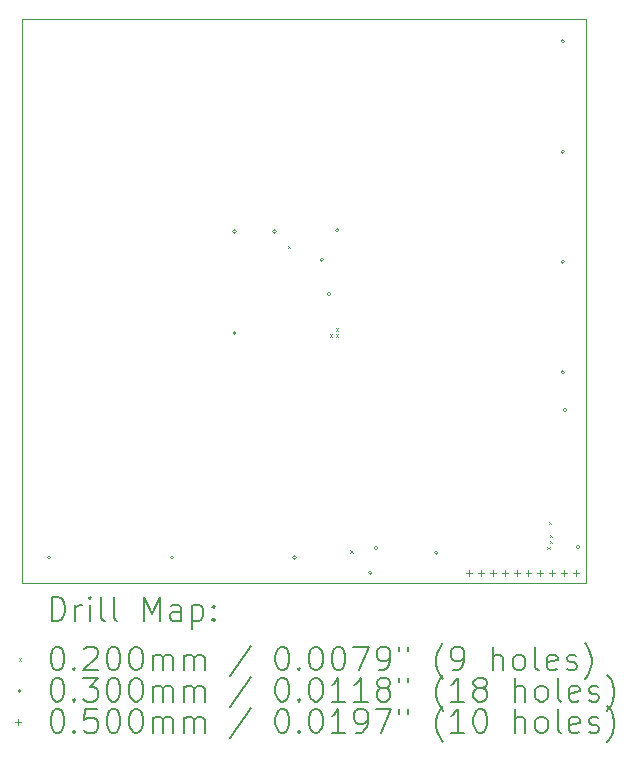
<source format=gbr>
%FSLAX45Y45*%
G04 Gerber Fmt 4.5, Leading zero omitted, Abs format (unit mm)*
G04 Created by KiCad (PCBNEW (6.0.1)) date 2023-05-09 20:22:39*
%MOMM*%
%LPD*%
G01*
G04 APERTURE LIST*
%TA.AperFunction,Profile*%
%ADD10C,0.100000*%
%TD*%
%ADD11C,0.200000*%
%ADD12C,0.020000*%
%ADD13C,0.030000*%
%ADD14C,0.050000*%
G04 APERTURE END LIST*
D10*
X15430000Y-12060000D02*
X10650000Y-12060000D01*
X10650000Y-12060000D02*
X10650000Y-7280000D01*
X10650000Y-7280000D02*
X15430000Y-7280000D01*
X15430000Y-7280000D02*
X15430000Y-12060000D01*
D11*
D12*
X12900000Y-9200000D02*
X12920000Y-9220000D01*
X12920000Y-9200000D02*
X12900000Y-9220000D01*
X13260000Y-9950000D02*
X13280000Y-9970000D01*
X13280000Y-9950000D02*
X13260000Y-9970000D01*
X13310000Y-9900000D02*
X13330000Y-9920000D01*
X13330000Y-9900000D02*
X13310000Y-9920000D01*
X13310000Y-9950000D02*
X13330000Y-9970000D01*
X13330000Y-9950000D02*
X13310000Y-9970000D01*
X13430000Y-11780000D02*
X13450000Y-11800000D01*
X13450000Y-11780000D02*
X13430000Y-11800000D01*
X15100000Y-11750000D02*
X15120000Y-11770000D01*
X15120000Y-11750000D02*
X15100000Y-11770000D01*
X15110000Y-11540000D02*
X15130000Y-11560000D01*
X15130000Y-11540000D02*
X15110000Y-11560000D01*
X15120000Y-11650000D02*
X15140000Y-11670000D01*
X15140000Y-11650000D02*
X15120000Y-11670000D01*
X15120000Y-11700000D02*
X15140000Y-11720000D01*
X15140000Y-11700000D02*
X15120000Y-11720000D01*
D13*
X10895000Y-11840000D02*
G75*
G03*
X10895000Y-11840000I-15000J0D01*
G01*
X11935000Y-11840000D02*
G75*
G03*
X11935000Y-11840000I-15000J0D01*
G01*
X12465000Y-9080000D02*
G75*
G03*
X12465000Y-9080000I-15000J0D01*
G01*
X12465000Y-9940000D02*
G75*
G03*
X12465000Y-9940000I-15000J0D01*
G01*
X12805000Y-9080000D02*
G75*
G03*
X12805000Y-9080000I-15000J0D01*
G01*
X12975000Y-11840000D02*
G75*
G03*
X12975000Y-11840000I-15000J0D01*
G01*
X13205000Y-9320000D02*
G75*
G03*
X13205000Y-9320000I-15000J0D01*
G01*
X13265000Y-9610000D02*
G75*
G03*
X13265000Y-9610000I-15000J0D01*
G01*
X13335000Y-9070000D02*
G75*
G03*
X13335000Y-9070000I-15000J0D01*
G01*
X13615000Y-11970000D02*
G75*
G03*
X13615000Y-11970000I-15000J0D01*
G01*
X13665000Y-11760000D02*
G75*
G03*
X13665000Y-11760000I-15000J0D01*
G01*
X14175000Y-11800000D02*
G75*
G03*
X14175000Y-11800000I-15000J0D01*
G01*
X15245000Y-7470000D02*
G75*
G03*
X15245000Y-7470000I-15000J0D01*
G01*
X15245000Y-8403333D02*
G75*
G03*
X15245000Y-8403333I-15000J0D01*
G01*
X15245000Y-9336667D02*
G75*
G03*
X15245000Y-9336667I-15000J0D01*
G01*
X15245000Y-10270000D02*
G75*
G03*
X15245000Y-10270000I-15000J0D01*
G01*
X15265000Y-10590000D02*
G75*
G03*
X15265000Y-10590000I-15000J0D01*
G01*
X15375000Y-11750000D02*
G75*
G03*
X15375000Y-11750000I-15000J0D01*
G01*
D14*
X14440000Y-11945000D02*
X14440000Y-11995000D01*
X14415000Y-11970000D02*
X14465000Y-11970000D01*
X14540000Y-11945000D02*
X14540000Y-11995000D01*
X14515000Y-11970000D02*
X14565000Y-11970000D01*
X14640000Y-11945000D02*
X14640000Y-11995000D01*
X14615000Y-11970000D02*
X14665000Y-11970000D01*
X14740000Y-11945000D02*
X14740000Y-11995000D01*
X14715000Y-11970000D02*
X14765000Y-11970000D01*
X14840000Y-11945000D02*
X14840000Y-11995000D01*
X14815000Y-11970000D02*
X14865000Y-11970000D01*
X14940000Y-11945000D02*
X14940000Y-11995000D01*
X14915000Y-11970000D02*
X14965000Y-11970000D01*
X15040000Y-11945000D02*
X15040000Y-11995000D01*
X15015000Y-11970000D02*
X15065000Y-11970000D01*
X15140000Y-11945000D02*
X15140000Y-11995000D01*
X15115000Y-11970000D02*
X15165000Y-11970000D01*
X15240000Y-11945000D02*
X15240000Y-11995000D01*
X15215000Y-11970000D02*
X15265000Y-11970000D01*
X15340000Y-11945000D02*
X15340000Y-11995000D01*
X15315000Y-11970000D02*
X15365000Y-11970000D01*
D11*
X10902619Y-12375476D02*
X10902619Y-12175476D01*
X10950238Y-12175476D01*
X10978810Y-12185000D01*
X10997857Y-12204048D01*
X11007381Y-12223095D01*
X11016905Y-12261190D01*
X11016905Y-12289762D01*
X11007381Y-12327857D01*
X10997857Y-12346905D01*
X10978810Y-12365952D01*
X10950238Y-12375476D01*
X10902619Y-12375476D01*
X11102619Y-12375476D02*
X11102619Y-12242143D01*
X11102619Y-12280238D02*
X11112143Y-12261190D01*
X11121667Y-12251667D01*
X11140714Y-12242143D01*
X11159762Y-12242143D01*
X11226428Y-12375476D02*
X11226428Y-12242143D01*
X11226428Y-12175476D02*
X11216905Y-12185000D01*
X11226428Y-12194524D01*
X11235952Y-12185000D01*
X11226428Y-12175476D01*
X11226428Y-12194524D01*
X11350238Y-12375476D02*
X11331190Y-12365952D01*
X11321667Y-12346905D01*
X11321667Y-12175476D01*
X11455000Y-12375476D02*
X11435952Y-12365952D01*
X11426428Y-12346905D01*
X11426428Y-12175476D01*
X11683571Y-12375476D02*
X11683571Y-12175476D01*
X11750238Y-12318333D01*
X11816905Y-12175476D01*
X11816905Y-12375476D01*
X11997857Y-12375476D02*
X11997857Y-12270714D01*
X11988333Y-12251667D01*
X11969286Y-12242143D01*
X11931190Y-12242143D01*
X11912143Y-12251667D01*
X11997857Y-12365952D02*
X11978809Y-12375476D01*
X11931190Y-12375476D01*
X11912143Y-12365952D01*
X11902619Y-12346905D01*
X11902619Y-12327857D01*
X11912143Y-12308809D01*
X11931190Y-12299286D01*
X11978809Y-12299286D01*
X11997857Y-12289762D01*
X12093095Y-12242143D02*
X12093095Y-12442143D01*
X12093095Y-12251667D02*
X12112143Y-12242143D01*
X12150238Y-12242143D01*
X12169286Y-12251667D01*
X12178809Y-12261190D01*
X12188333Y-12280238D01*
X12188333Y-12337381D01*
X12178809Y-12356428D01*
X12169286Y-12365952D01*
X12150238Y-12375476D01*
X12112143Y-12375476D01*
X12093095Y-12365952D01*
X12274048Y-12356428D02*
X12283571Y-12365952D01*
X12274048Y-12375476D01*
X12264524Y-12365952D01*
X12274048Y-12356428D01*
X12274048Y-12375476D01*
X12274048Y-12251667D02*
X12283571Y-12261190D01*
X12274048Y-12270714D01*
X12264524Y-12261190D01*
X12274048Y-12251667D01*
X12274048Y-12270714D01*
D12*
X10625000Y-12695000D02*
X10645000Y-12715000D01*
X10645000Y-12695000D02*
X10625000Y-12715000D01*
D11*
X10940714Y-12595476D02*
X10959762Y-12595476D01*
X10978810Y-12605000D01*
X10988333Y-12614524D01*
X10997857Y-12633571D01*
X11007381Y-12671667D01*
X11007381Y-12719286D01*
X10997857Y-12757381D01*
X10988333Y-12776428D01*
X10978810Y-12785952D01*
X10959762Y-12795476D01*
X10940714Y-12795476D01*
X10921667Y-12785952D01*
X10912143Y-12776428D01*
X10902619Y-12757381D01*
X10893095Y-12719286D01*
X10893095Y-12671667D01*
X10902619Y-12633571D01*
X10912143Y-12614524D01*
X10921667Y-12605000D01*
X10940714Y-12595476D01*
X11093095Y-12776428D02*
X11102619Y-12785952D01*
X11093095Y-12795476D01*
X11083571Y-12785952D01*
X11093095Y-12776428D01*
X11093095Y-12795476D01*
X11178810Y-12614524D02*
X11188333Y-12605000D01*
X11207381Y-12595476D01*
X11255000Y-12595476D01*
X11274048Y-12605000D01*
X11283571Y-12614524D01*
X11293095Y-12633571D01*
X11293095Y-12652619D01*
X11283571Y-12681190D01*
X11169286Y-12795476D01*
X11293095Y-12795476D01*
X11416905Y-12595476D02*
X11435952Y-12595476D01*
X11455000Y-12605000D01*
X11464524Y-12614524D01*
X11474048Y-12633571D01*
X11483571Y-12671667D01*
X11483571Y-12719286D01*
X11474048Y-12757381D01*
X11464524Y-12776428D01*
X11455000Y-12785952D01*
X11435952Y-12795476D01*
X11416905Y-12795476D01*
X11397857Y-12785952D01*
X11388333Y-12776428D01*
X11378809Y-12757381D01*
X11369286Y-12719286D01*
X11369286Y-12671667D01*
X11378809Y-12633571D01*
X11388333Y-12614524D01*
X11397857Y-12605000D01*
X11416905Y-12595476D01*
X11607381Y-12595476D02*
X11626428Y-12595476D01*
X11645476Y-12605000D01*
X11655000Y-12614524D01*
X11664524Y-12633571D01*
X11674048Y-12671667D01*
X11674048Y-12719286D01*
X11664524Y-12757381D01*
X11655000Y-12776428D01*
X11645476Y-12785952D01*
X11626428Y-12795476D01*
X11607381Y-12795476D01*
X11588333Y-12785952D01*
X11578809Y-12776428D01*
X11569286Y-12757381D01*
X11559762Y-12719286D01*
X11559762Y-12671667D01*
X11569286Y-12633571D01*
X11578809Y-12614524D01*
X11588333Y-12605000D01*
X11607381Y-12595476D01*
X11759762Y-12795476D02*
X11759762Y-12662143D01*
X11759762Y-12681190D02*
X11769286Y-12671667D01*
X11788333Y-12662143D01*
X11816905Y-12662143D01*
X11835952Y-12671667D01*
X11845476Y-12690714D01*
X11845476Y-12795476D01*
X11845476Y-12690714D02*
X11855000Y-12671667D01*
X11874048Y-12662143D01*
X11902619Y-12662143D01*
X11921667Y-12671667D01*
X11931190Y-12690714D01*
X11931190Y-12795476D01*
X12026428Y-12795476D02*
X12026428Y-12662143D01*
X12026428Y-12681190D02*
X12035952Y-12671667D01*
X12055000Y-12662143D01*
X12083571Y-12662143D01*
X12102619Y-12671667D01*
X12112143Y-12690714D01*
X12112143Y-12795476D01*
X12112143Y-12690714D02*
X12121667Y-12671667D01*
X12140714Y-12662143D01*
X12169286Y-12662143D01*
X12188333Y-12671667D01*
X12197857Y-12690714D01*
X12197857Y-12795476D01*
X12588333Y-12585952D02*
X12416905Y-12843095D01*
X12845476Y-12595476D02*
X12864524Y-12595476D01*
X12883571Y-12605000D01*
X12893095Y-12614524D01*
X12902619Y-12633571D01*
X12912143Y-12671667D01*
X12912143Y-12719286D01*
X12902619Y-12757381D01*
X12893095Y-12776428D01*
X12883571Y-12785952D01*
X12864524Y-12795476D01*
X12845476Y-12795476D01*
X12826428Y-12785952D01*
X12816905Y-12776428D01*
X12807381Y-12757381D01*
X12797857Y-12719286D01*
X12797857Y-12671667D01*
X12807381Y-12633571D01*
X12816905Y-12614524D01*
X12826428Y-12605000D01*
X12845476Y-12595476D01*
X12997857Y-12776428D02*
X13007381Y-12785952D01*
X12997857Y-12795476D01*
X12988333Y-12785952D01*
X12997857Y-12776428D01*
X12997857Y-12795476D01*
X13131190Y-12595476D02*
X13150238Y-12595476D01*
X13169286Y-12605000D01*
X13178809Y-12614524D01*
X13188333Y-12633571D01*
X13197857Y-12671667D01*
X13197857Y-12719286D01*
X13188333Y-12757381D01*
X13178809Y-12776428D01*
X13169286Y-12785952D01*
X13150238Y-12795476D01*
X13131190Y-12795476D01*
X13112143Y-12785952D01*
X13102619Y-12776428D01*
X13093095Y-12757381D01*
X13083571Y-12719286D01*
X13083571Y-12671667D01*
X13093095Y-12633571D01*
X13102619Y-12614524D01*
X13112143Y-12605000D01*
X13131190Y-12595476D01*
X13321667Y-12595476D02*
X13340714Y-12595476D01*
X13359762Y-12605000D01*
X13369286Y-12614524D01*
X13378809Y-12633571D01*
X13388333Y-12671667D01*
X13388333Y-12719286D01*
X13378809Y-12757381D01*
X13369286Y-12776428D01*
X13359762Y-12785952D01*
X13340714Y-12795476D01*
X13321667Y-12795476D01*
X13302619Y-12785952D01*
X13293095Y-12776428D01*
X13283571Y-12757381D01*
X13274048Y-12719286D01*
X13274048Y-12671667D01*
X13283571Y-12633571D01*
X13293095Y-12614524D01*
X13302619Y-12605000D01*
X13321667Y-12595476D01*
X13455000Y-12595476D02*
X13588333Y-12595476D01*
X13502619Y-12795476D01*
X13674048Y-12795476D02*
X13712143Y-12795476D01*
X13731190Y-12785952D01*
X13740714Y-12776428D01*
X13759762Y-12747857D01*
X13769286Y-12709762D01*
X13769286Y-12633571D01*
X13759762Y-12614524D01*
X13750238Y-12605000D01*
X13731190Y-12595476D01*
X13693095Y-12595476D01*
X13674048Y-12605000D01*
X13664524Y-12614524D01*
X13655000Y-12633571D01*
X13655000Y-12681190D01*
X13664524Y-12700238D01*
X13674048Y-12709762D01*
X13693095Y-12719286D01*
X13731190Y-12719286D01*
X13750238Y-12709762D01*
X13759762Y-12700238D01*
X13769286Y-12681190D01*
X13845476Y-12595476D02*
X13845476Y-12633571D01*
X13921667Y-12595476D02*
X13921667Y-12633571D01*
X14216905Y-12871667D02*
X14207381Y-12862143D01*
X14188333Y-12833571D01*
X14178809Y-12814524D01*
X14169286Y-12785952D01*
X14159762Y-12738333D01*
X14159762Y-12700238D01*
X14169286Y-12652619D01*
X14178809Y-12624048D01*
X14188333Y-12605000D01*
X14207381Y-12576428D01*
X14216905Y-12566905D01*
X14302619Y-12795476D02*
X14340714Y-12795476D01*
X14359762Y-12785952D01*
X14369286Y-12776428D01*
X14388333Y-12747857D01*
X14397857Y-12709762D01*
X14397857Y-12633571D01*
X14388333Y-12614524D01*
X14378809Y-12605000D01*
X14359762Y-12595476D01*
X14321667Y-12595476D01*
X14302619Y-12605000D01*
X14293095Y-12614524D01*
X14283571Y-12633571D01*
X14283571Y-12681190D01*
X14293095Y-12700238D01*
X14302619Y-12709762D01*
X14321667Y-12719286D01*
X14359762Y-12719286D01*
X14378809Y-12709762D01*
X14388333Y-12700238D01*
X14397857Y-12681190D01*
X14635952Y-12795476D02*
X14635952Y-12595476D01*
X14721667Y-12795476D02*
X14721667Y-12690714D01*
X14712143Y-12671667D01*
X14693095Y-12662143D01*
X14664524Y-12662143D01*
X14645476Y-12671667D01*
X14635952Y-12681190D01*
X14845476Y-12795476D02*
X14826428Y-12785952D01*
X14816905Y-12776428D01*
X14807381Y-12757381D01*
X14807381Y-12700238D01*
X14816905Y-12681190D01*
X14826428Y-12671667D01*
X14845476Y-12662143D01*
X14874048Y-12662143D01*
X14893095Y-12671667D01*
X14902619Y-12681190D01*
X14912143Y-12700238D01*
X14912143Y-12757381D01*
X14902619Y-12776428D01*
X14893095Y-12785952D01*
X14874048Y-12795476D01*
X14845476Y-12795476D01*
X15026428Y-12795476D02*
X15007381Y-12785952D01*
X14997857Y-12766905D01*
X14997857Y-12595476D01*
X15178809Y-12785952D02*
X15159762Y-12795476D01*
X15121667Y-12795476D01*
X15102619Y-12785952D01*
X15093095Y-12766905D01*
X15093095Y-12690714D01*
X15102619Y-12671667D01*
X15121667Y-12662143D01*
X15159762Y-12662143D01*
X15178809Y-12671667D01*
X15188333Y-12690714D01*
X15188333Y-12709762D01*
X15093095Y-12728809D01*
X15264524Y-12785952D02*
X15283571Y-12795476D01*
X15321667Y-12795476D01*
X15340714Y-12785952D01*
X15350238Y-12766905D01*
X15350238Y-12757381D01*
X15340714Y-12738333D01*
X15321667Y-12728809D01*
X15293095Y-12728809D01*
X15274048Y-12719286D01*
X15264524Y-12700238D01*
X15264524Y-12690714D01*
X15274048Y-12671667D01*
X15293095Y-12662143D01*
X15321667Y-12662143D01*
X15340714Y-12671667D01*
X15416905Y-12871667D02*
X15426428Y-12862143D01*
X15445476Y-12833571D01*
X15455000Y-12814524D01*
X15464524Y-12785952D01*
X15474048Y-12738333D01*
X15474048Y-12700238D01*
X15464524Y-12652619D01*
X15455000Y-12624048D01*
X15445476Y-12605000D01*
X15426428Y-12576428D01*
X15416905Y-12566905D01*
D13*
X10645000Y-12969000D02*
G75*
G03*
X10645000Y-12969000I-15000J0D01*
G01*
D11*
X10940714Y-12859476D02*
X10959762Y-12859476D01*
X10978810Y-12869000D01*
X10988333Y-12878524D01*
X10997857Y-12897571D01*
X11007381Y-12935667D01*
X11007381Y-12983286D01*
X10997857Y-13021381D01*
X10988333Y-13040428D01*
X10978810Y-13049952D01*
X10959762Y-13059476D01*
X10940714Y-13059476D01*
X10921667Y-13049952D01*
X10912143Y-13040428D01*
X10902619Y-13021381D01*
X10893095Y-12983286D01*
X10893095Y-12935667D01*
X10902619Y-12897571D01*
X10912143Y-12878524D01*
X10921667Y-12869000D01*
X10940714Y-12859476D01*
X11093095Y-13040428D02*
X11102619Y-13049952D01*
X11093095Y-13059476D01*
X11083571Y-13049952D01*
X11093095Y-13040428D01*
X11093095Y-13059476D01*
X11169286Y-12859476D02*
X11293095Y-12859476D01*
X11226428Y-12935667D01*
X11255000Y-12935667D01*
X11274048Y-12945190D01*
X11283571Y-12954714D01*
X11293095Y-12973762D01*
X11293095Y-13021381D01*
X11283571Y-13040428D01*
X11274048Y-13049952D01*
X11255000Y-13059476D01*
X11197857Y-13059476D01*
X11178810Y-13049952D01*
X11169286Y-13040428D01*
X11416905Y-12859476D02*
X11435952Y-12859476D01*
X11455000Y-12869000D01*
X11464524Y-12878524D01*
X11474048Y-12897571D01*
X11483571Y-12935667D01*
X11483571Y-12983286D01*
X11474048Y-13021381D01*
X11464524Y-13040428D01*
X11455000Y-13049952D01*
X11435952Y-13059476D01*
X11416905Y-13059476D01*
X11397857Y-13049952D01*
X11388333Y-13040428D01*
X11378809Y-13021381D01*
X11369286Y-12983286D01*
X11369286Y-12935667D01*
X11378809Y-12897571D01*
X11388333Y-12878524D01*
X11397857Y-12869000D01*
X11416905Y-12859476D01*
X11607381Y-12859476D02*
X11626428Y-12859476D01*
X11645476Y-12869000D01*
X11655000Y-12878524D01*
X11664524Y-12897571D01*
X11674048Y-12935667D01*
X11674048Y-12983286D01*
X11664524Y-13021381D01*
X11655000Y-13040428D01*
X11645476Y-13049952D01*
X11626428Y-13059476D01*
X11607381Y-13059476D01*
X11588333Y-13049952D01*
X11578809Y-13040428D01*
X11569286Y-13021381D01*
X11559762Y-12983286D01*
X11559762Y-12935667D01*
X11569286Y-12897571D01*
X11578809Y-12878524D01*
X11588333Y-12869000D01*
X11607381Y-12859476D01*
X11759762Y-13059476D02*
X11759762Y-12926143D01*
X11759762Y-12945190D02*
X11769286Y-12935667D01*
X11788333Y-12926143D01*
X11816905Y-12926143D01*
X11835952Y-12935667D01*
X11845476Y-12954714D01*
X11845476Y-13059476D01*
X11845476Y-12954714D02*
X11855000Y-12935667D01*
X11874048Y-12926143D01*
X11902619Y-12926143D01*
X11921667Y-12935667D01*
X11931190Y-12954714D01*
X11931190Y-13059476D01*
X12026428Y-13059476D02*
X12026428Y-12926143D01*
X12026428Y-12945190D02*
X12035952Y-12935667D01*
X12055000Y-12926143D01*
X12083571Y-12926143D01*
X12102619Y-12935667D01*
X12112143Y-12954714D01*
X12112143Y-13059476D01*
X12112143Y-12954714D02*
X12121667Y-12935667D01*
X12140714Y-12926143D01*
X12169286Y-12926143D01*
X12188333Y-12935667D01*
X12197857Y-12954714D01*
X12197857Y-13059476D01*
X12588333Y-12849952D02*
X12416905Y-13107095D01*
X12845476Y-12859476D02*
X12864524Y-12859476D01*
X12883571Y-12869000D01*
X12893095Y-12878524D01*
X12902619Y-12897571D01*
X12912143Y-12935667D01*
X12912143Y-12983286D01*
X12902619Y-13021381D01*
X12893095Y-13040428D01*
X12883571Y-13049952D01*
X12864524Y-13059476D01*
X12845476Y-13059476D01*
X12826428Y-13049952D01*
X12816905Y-13040428D01*
X12807381Y-13021381D01*
X12797857Y-12983286D01*
X12797857Y-12935667D01*
X12807381Y-12897571D01*
X12816905Y-12878524D01*
X12826428Y-12869000D01*
X12845476Y-12859476D01*
X12997857Y-13040428D02*
X13007381Y-13049952D01*
X12997857Y-13059476D01*
X12988333Y-13049952D01*
X12997857Y-13040428D01*
X12997857Y-13059476D01*
X13131190Y-12859476D02*
X13150238Y-12859476D01*
X13169286Y-12869000D01*
X13178809Y-12878524D01*
X13188333Y-12897571D01*
X13197857Y-12935667D01*
X13197857Y-12983286D01*
X13188333Y-13021381D01*
X13178809Y-13040428D01*
X13169286Y-13049952D01*
X13150238Y-13059476D01*
X13131190Y-13059476D01*
X13112143Y-13049952D01*
X13102619Y-13040428D01*
X13093095Y-13021381D01*
X13083571Y-12983286D01*
X13083571Y-12935667D01*
X13093095Y-12897571D01*
X13102619Y-12878524D01*
X13112143Y-12869000D01*
X13131190Y-12859476D01*
X13388333Y-13059476D02*
X13274048Y-13059476D01*
X13331190Y-13059476D02*
X13331190Y-12859476D01*
X13312143Y-12888048D01*
X13293095Y-12907095D01*
X13274048Y-12916619D01*
X13578809Y-13059476D02*
X13464524Y-13059476D01*
X13521667Y-13059476D02*
X13521667Y-12859476D01*
X13502619Y-12888048D01*
X13483571Y-12907095D01*
X13464524Y-12916619D01*
X13693095Y-12945190D02*
X13674048Y-12935667D01*
X13664524Y-12926143D01*
X13655000Y-12907095D01*
X13655000Y-12897571D01*
X13664524Y-12878524D01*
X13674048Y-12869000D01*
X13693095Y-12859476D01*
X13731190Y-12859476D01*
X13750238Y-12869000D01*
X13759762Y-12878524D01*
X13769286Y-12897571D01*
X13769286Y-12907095D01*
X13759762Y-12926143D01*
X13750238Y-12935667D01*
X13731190Y-12945190D01*
X13693095Y-12945190D01*
X13674048Y-12954714D01*
X13664524Y-12964238D01*
X13655000Y-12983286D01*
X13655000Y-13021381D01*
X13664524Y-13040428D01*
X13674048Y-13049952D01*
X13693095Y-13059476D01*
X13731190Y-13059476D01*
X13750238Y-13049952D01*
X13759762Y-13040428D01*
X13769286Y-13021381D01*
X13769286Y-12983286D01*
X13759762Y-12964238D01*
X13750238Y-12954714D01*
X13731190Y-12945190D01*
X13845476Y-12859476D02*
X13845476Y-12897571D01*
X13921667Y-12859476D02*
X13921667Y-12897571D01*
X14216905Y-13135667D02*
X14207381Y-13126143D01*
X14188333Y-13097571D01*
X14178809Y-13078524D01*
X14169286Y-13049952D01*
X14159762Y-13002333D01*
X14159762Y-12964238D01*
X14169286Y-12916619D01*
X14178809Y-12888048D01*
X14188333Y-12869000D01*
X14207381Y-12840428D01*
X14216905Y-12830905D01*
X14397857Y-13059476D02*
X14283571Y-13059476D01*
X14340714Y-13059476D02*
X14340714Y-12859476D01*
X14321667Y-12888048D01*
X14302619Y-12907095D01*
X14283571Y-12916619D01*
X14512143Y-12945190D02*
X14493095Y-12935667D01*
X14483571Y-12926143D01*
X14474048Y-12907095D01*
X14474048Y-12897571D01*
X14483571Y-12878524D01*
X14493095Y-12869000D01*
X14512143Y-12859476D01*
X14550238Y-12859476D01*
X14569286Y-12869000D01*
X14578809Y-12878524D01*
X14588333Y-12897571D01*
X14588333Y-12907095D01*
X14578809Y-12926143D01*
X14569286Y-12935667D01*
X14550238Y-12945190D01*
X14512143Y-12945190D01*
X14493095Y-12954714D01*
X14483571Y-12964238D01*
X14474048Y-12983286D01*
X14474048Y-13021381D01*
X14483571Y-13040428D01*
X14493095Y-13049952D01*
X14512143Y-13059476D01*
X14550238Y-13059476D01*
X14569286Y-13049952D01*
X14578809Y-13040428D01*
X14588333Y-13021381D01*
X14588333Y-12983286D01*
X14578809Y-12964238D01*
X14569286Y-12954714D01*
X14550238Y-12945190D01*
X14826428Y-13059476D02*
X14826428Y-12859476D01*
X14912143Y-13059476D02*
X14912143Y-12954714D01*
X14902619Y-12935667D01*
X14883571Y-12926143D01*
X14855000Y-12926143D01*
X14835952Y-12935667D01*
X14826428Y-12945190D01*
X15035952Y-13059476D02*
X15016905Y-13049952D01*
X15007381Y-13040428D01*
X14997857Y-13021381D01*
X14997857Y-12964238D01*
X15007381Y-12945190D01*
X15016905Y-12935667D01*
X15035952Y-12926143D01*
X15064524Y-12926143D01*
X15083571Y-12935667D01*
X15093095Y-12945190D01*
X15102619Y-12964238D01*
X15102619Y-13021381D01*
X15093095Y-13040428D01*
X15083571Y-13049952D01*
X15064524Y-13059476D01*
X15035952Y-13059476D01*
X15216905Y-13059476D02*
X15197857Y-13049952D01*
X15188333Y-13030905D01*
X15188333Y-12859476D01*
X15369286Y-13049952D02*
X15350238Y-13059476D01*
X15312143Y-13059476D01*
X15293095Y-13049952D01*
X15283571Y-13030905D01*
X15283571Y-12954714D01*
X15293095Y-12935667D01*
X15312143Y-12926143D01*
X15350238Y-12926143D01*
X15369286Y-12935667D01*
X15378809Y-12954714D01*
X15378809Y-12973762D01*
X15283571Y-12992809D01*
X15455000Y-13049952D02*
X15474048Y-13059476D01*
X15512143Y-13059476D01*
X15531190Y-13049952D01*
X15540714Y-13030905D01*
X15540714Y-13021381D01*
X15531190Y-13002333D01*
X15512143Y-12992809D01*
X15483571Y-12992809D01*
X15464524Y-12983286D01*
X15455000Y-12964238D01*
X15455000Y-12954714D01*
X15464524Y-12935667D01*
X15483571Y-12926143D01*
X15512143Y-12926143D01*
X15531190Y-12935667D01*
X15607381Y-13135667D02*
X15616905Y-13126143D01*
X15635952Y-13097571D01*
X15645476Y-13078524D01*
X15655000Y-13049952D01*
X15664524Y-13002333D01*
X15664524Y-12964238D01*
X15655000Y-12916619D01*
X15645476Y-12888048D01*
X15635952Y-12869000D01*
X15616905Y-12840428D01*
X15607381Y-12830905D01*
D14*
X10620000Y-13208000D02*
X10620000Y-13258000D01*
X10595000Y-13233000D02*
X10645000Y-13233000D01*
D11*
X10940714Y-13123476D02*
X10959762Y-13123476D01*
X10978810Y-13133000D01*
X10988333Y-13142524D01*
X10997857Y-13161571D01*
X11007381Y-13199667D01*
X11007381Y-13247286D01*
X10997857Y-13285381D01*
X10988333Y-13304428D01*
X10978810Y-13313952D01*
X10959762Y-13323476D01*
X10940714Y-13323476D01*
X10921667Y-13313952D01*
X10912143Y-13304428D01*
X10902619Y-13285381D01*
X10893095Y-13247286D01*
X10893095Y-13199667D01*
X10902619Y-13161571D01*
X10912143Y-13142524D01*
X10921667Y-13133000D01*
X10940714Y-13123476D01*
X11093095Y-13304428D02*
X11102619Y-13313952D01*
X11093095Y-13323476D01*
X11083571Y-13313952D01*
X11093095Y-13304428D01*
X11093095Y-13323476D01*
X11283571Y-13123476D02*
X11188333Y-13123476D01*
X11178810Y-13218714D01*
X11188333Y-13209190D01*
X11207381Y-13199667D01*
X11255000Y-13199667D01*
X11274048Y-13209190D01*
X11283571Y-13218714D01*
X11293095Y-13237762D01*
X11293095Y-13285381D01*
X11283571Y-13304428D01*
X11274048Y-13313952D01*
X11255000Y-13323476D01*
X11207381Y-13323476D01*
X11188333Y-13313952D01*
X11178810Y-13304428D01*
X11416905Y-13123476D02*
X11435952Y-13123476D01*
X11455000Y-13133000D01*
X11464524Y-13142524D01*
X11474048Y-13161571D01*
X11483571Y-13199667D01*
X11483571Y-13247286D01*
X11474048Y-13285381D01*
X11464524Y-13304428D01*
X11455000Y-13313952D01*
X11435952Y-13323476D01*
X11416905Y-13323476D01*
X11397857Y-13313952D01*
X11388333Y-13304428D01*
X11378809Y-13285381D01*
X11369286Y-13247286D01*
X11369286Y-13199667D01*
X11378809Y-13161571D01*
X11388333Y-13142524D01*
X11397857Y-13133000D01*
X11416905Y-13123476D01*
X11607381Y-13123476D02*
X11626428Y-13123476D01*
X11645476Y-13133000D01*
X11655000Y-13142524D01*
X11664524Y-13161571D01*
X11674048Y-13199667D01*
X11674048Y-13247286D01*
X11664524Y-13285381D01*
X11655000Y-13304428D01*
X11645476Y-13313952D01*
X11626428Y-13323476D01*
X11607381Y-13323476D01*
X11588333Y-13313952D01*
X11578809Y-13304428D01*
X11569286Y-13285381D01*
X11559762Y-13247286D01*
X11559762Y-13199667D01*
X11569286Y-13161571D01*
X11578809Y-13142524D01*
X11588333Y-13133000D01*
X11607381Y-13123476D01*
X11759762Y-13323476D02*
X11759762Y-13190143D01*
X11759762Y-13209190D02*
X11769286Y-13199667D01*
X11788333Y-13190143D01*
X11816905Y-13190143D01*
X11835952Y-13199667D01*
X11845476Y-13218714D01*
X11845476Y-13323476D01*
X11845476Y-13218714D02*
X11855000Y-13199667D01*
X11874048Y-13190143D01*
X11902619Y-13190143D01*
X11921667Y-13199667D01*
X11931190Y-13218714D01*
X11931190Y-13323476D01*
X12026428Y-13323476D02*
X12026428Y-13190143D01*
X12026428Y-13209190D02*
X12035952Y-13199667D01*
X12055000Y-13190143D01*
X12083571Y-13190143D01*
X12102619Y-13199667D01*
X12112143Y-13218714D01*
X12112143Y-13323476D01*
X12112143Y-13218714D02*
X12121667Y-13199667D01*
X12140714Y-13190143D01*
X12169286Y-13190143D01*
X12188333Y-13199667D01*
X12197857Y-13218714D01*
X12197857Y-13323476D01*
X12588333Y-13113952D02*
X12416905Y-13371095D01*
X12845476Y-13123476D02*
X12864524Y-13123476D01*
X12883571Y-13133000D01*
X12893095Y-13142524D01*
X12902619Y-13161571D01*
X12912143Y-13199667D01*
X12912143Y-13247286D01*
X12902619Y-13285381D01*
X12893095Y-13304428D01*
X12883571Y-13313952D01*
X12864524Y-13323476D01*
X12845476Y-13323476D01*
X12826428Y-13313952D01*
X12816905Y-13304428D01*
X12807381Y-13285381D01*
X12797857Y-13247286D01*
X12797857Y-13199667D01*
X12807381Y-13161571D01*
X12816905Y-13142524D01*
X12826428Y-13133000D01*
X12845476Y-13123476D01*
X12997857Y-13304428D02*
X13007381Y-13313952D01*
X12997857Y-13323476D01*
X12988333Y-13313952D01*
X12997857Y-13304428D01*
X12997857Y-13323476D01*
X13131190Y-13123476D02*
X13150238Y-13123476D01*
X13169286Y-13133000D01*
X13178809Y-13142524D01*
X13188333Y-13161571D01*
X13197857Y-13199667D01*
X13197857Y-13247286D01*
X13188333Y-13285381D01*
X13178809Y-13304428D01*
X13169286Y-13313952D01*
X13150238Y-13323476D01*
X13131190Y-13323476D01*
X13112143Y-13313952D01*
X13102619Y-13304428D01*
X13093095Y-13285381D01*
X13083571Y-13247286D01*
X13083571Y-13199667D01*
X13093095Y-13161571D01*
X13102619Y-13142524D01*
X13112143Y-13133000D01*
X13131190Y-13123476D01*
X13388333Y-13323476D02*
X13274048Y-13323476D01*
X13331190Y-13323476D02*
X13331190Y-13123476D01*
X13312143Y-13152048D01*
X13293095Y-13171095D01*
X13274048Y-13180619D01*
X13483571Y-13323476D02*
X13521667Y-13323476D01*
X13540714Y-13313952D01*
X13550238Y-13304428D01*
X13569286Y-13275857D01*
X13578809Y-13237762D01*
X13578809Y-13161571D01*
X13569286Y-13142524D01*
X13559762Y-13133000D01*
X13540714Y-13123476D01*
X13502619Y-13123476D01*
X13483571Y-13133000D01*
X13474048Y-13142524D01*
X13464524Y-13161571D01*
X13464524Y-13209190D01*
X13474048Y-13228238D01*
X13483571Y-13237762D01*
X13502619Y-13247286D01*
X13540714Y-13247286D01*
X13559762Y-13237762D01*
X13569286Y-13228238D01*
X13578809Y-13209190D01*
X13645476Y-13123476D02*
X13778809Y-13123476D01*
X13693095Y-13323476D01*
X13845476Y-13123476D02*
X13845476Y-13161571D01*
X13921667Y-13123476D02*
X13921667Y-13161571D01*
X14216905Y-13399667D02*
X14207381Y-13390143D01*
X14188333Y-13361571D01*
X14178809Y-13342524D01*
X14169286Y-13313952D01*
X14159762Y-13266333D01*
X14159762Y-13228238D01*
X14169286Y-13180619D01*
X14178809Y-13152048D01*
X14188333Y-13133000D01*
X14207381Y-13104428D01*
X14216905Y-13094905D01*
X14397857Y-13323476D02*
X14283571Y-13323476D01*
X14340714Y-13323476D02*
X14340714Y-13123476D01*
X14321667Y-13152048D01*
X14302619Y-13171095D01*
X14283571Y-13180619D01*
X14521667Y-13123476D02*
X14540714Y-13123476D01*
X14559762Y-13133000D01*
X14569286Y-13142524D01*
X14578809Y-13161571D01*
X14588333Y-13199667D01*
X14588333Y-13247286D01*
X14578809Y-13285381D01*
X14569286Y-13304428D01*
X14559762Y-13313952D01*
X14540714Y-13323476D01*
X14521667Y-13323476D01*
X14502619Y-13313952D01*
X14493095Y-13304428D01*
X14483571Y-13285381D01*
X14474048Y-13247286D01*
X14474048Y-13199667D01*
X14483571Y-13161571D01*
X14493095Y-13142524D01*
X14502619Y-13133000D01*
X14521667Y-13123476D01*
X14826428Y-13323476D02*
X14826428Y-13123476D01*
X14912143Y-13323476D02*
X14912143Y-13218714D01*
X14902619Y-13199667D01*
X14883571Y-13190143D01*
X14855000Y-13190143D01*
X14835952Y-13199667D01*
X14826428Y-13209190D01*
X15035952Y-13323476D02*
X15016905Y-13313952D01*
X15007381Y-13304428D01*
X14997857Y-13285381D01*
X14997857Y-13228238D01*
X15007381Y-13209190D01*
X15016905Y-13199667D01*
X15035952Y-13190143D01*
X15064524Y-13190143D01*
X15083571Y-13199667D01*
X15093095Y-13209190D01*
X15102619Y-13228238D01*
X15102619Y-13285381D01*
X15093095Y-13304428D01*
X15083571Y-13313952D01*
X15064524Y-13323476D01*
X15035952Y-13323476D01*
X15216905Y-13323476D02*
X15197857Y-13313952D01*
X15188333Y-13294905D01*
X15188333Y-13123476D01*
X15369286Y-13313952D02*
X15350238Y-13323476D01*
X15312143Y-13323476D01*
X15293095Y-13313952D01*
X15283571Y-13294905D01*
X15283571Y-13218714D01*
X15293095Y-13199667D01*
X15312143Y-13190143D01*
X15350238Y-13190143D01*
X15369286Y-13199667D01*
X15378809Y-13218714D01*
X15378809Y-13237762D01*
X15283571Y-13256809D01*
X15455000Y-13313952D02*
X15474048Y-13323476D01*
X15512143Y-13323476D01*
X15531190Y-13313952D01*
X15540714Y-13294905D01*
X15540714Y-13285381D01*
X15531190Y-13266333D01*
X15512143Y-13256809D01*
X15483571Y-13256809D01*
X15464524Y-13247286D01*
X15455000Y-13228238D01*
X15455000Y-13218714D01*
X15464524Y-13199667D01*
X15483571Y-13190143D01*
X15512143Y-13190143D01*
X15531190Y-13199667D01*
X15607381Y-13399667D02*
X15616905Y-13390143D01*
X15635952Y-13361571D01*
X15645476Y-13342524D01*
X15655000Y-13313952D01*
X15664524Y-13266333D01*
X15664524Y-13228238D01*
X15655000Y-13180619D01*
X15645476Y-13152048D01*
X15635952Y-13133000D01*
X15616905Y-13104428D01*
X15607381Y-13094905D01*
M02*

</source>
